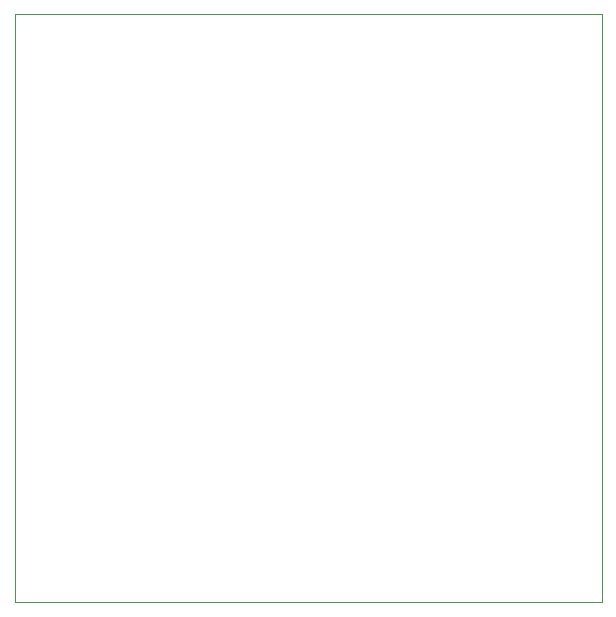
<source format=gtp>
G75*
%MOIN*%
%OFA0B0*%
%FSLAX25Y25*%
%IPPOS*%
%LPD*%
%AMOC8*
5,1,8,0,0,1.08239X$1,22.5*
%
%ADD10C,0.00000*%
D10*
X0003000Y0014685D02*
X0003000Y0210646D01*
X0198701Y0210646D01*
X0198701Y0014685D01*
X0003000Y0014685D01*
M02*

</source>
